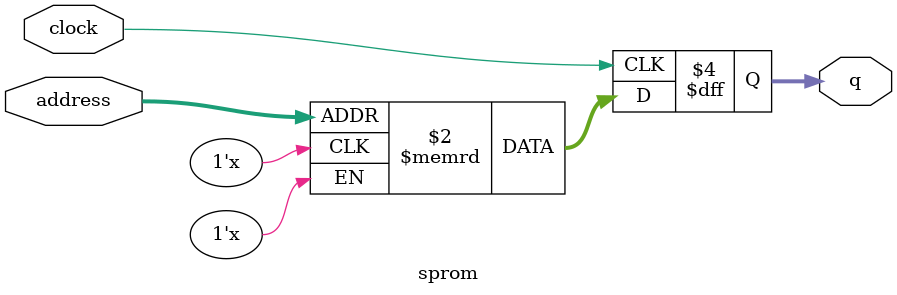
<source format=v>
module sprom #(
    parameter widthad_a = 15,
    parameter width_a = 8,
    parameter init_file = ""        // hex file for initialization
) (
    input [widthad_a-1:0] address,
    input clock,
    output reg [width_a-1:0] q
);

    reg [width_a-1:0] mem [0:2**widthad_a-1]; // memory array
    initial
        if (init_file != "") $readmemh(init_file, mem);

    always @(posedge clock)
        q <= mem[address];

endmodule

</source>
